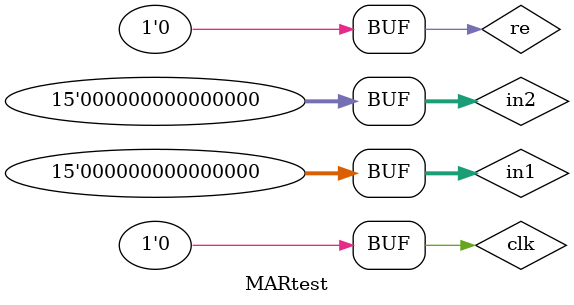
<source format=v>
`timescale 1ns / 1ps


module MARtest;

	// Inputs
	reg [14:0] in1;
	reg [14:0] in2;
	reg clk;
	reg re;

	// Outputs
	wire [14:0] out1;

	// Instantiate the Unit Under Test (UUT)
	MAR uut (
		.in1(in1), 
		.in2(in2), 
		.out1(out1), 
		.clk(clk), 
		.re(re) 
	);

	initial begin
		// Initialize Inputs
		in1 = 0;
		in2 = 0;
		clk = 0;
		re = 0;

		// Wait 100 ns for global reset to finish
		#100;
        
		// Add stimulus here

	end
      
endmodule


</source>
